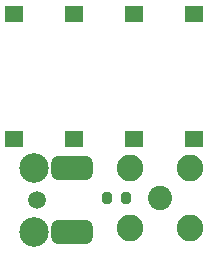
<source format=gbr>
%TF.GenerationSoftware,KiCad,Pcbnew,7.0.2*%
%TF.CreationDate,2024-04-02T18:30:15-04:00*%
%TF.ProjectId,filt1,66696c74-312e-46b6-9963-61645f706362,rev?*%
%TF.SameCoordinates,Original*%
%TF.FileFunction,Soldermask,Top*%
%TF.FilePolarity,Negative*%
%FSLAX46Y46*%
G04 Gerber Fmt 4.6, Leading zero omitted, Abs format (unit mm)*
G04 Created by KiCad (PCBNEW 7.0.2) date 2024-04-02 18:30:15*
%MOMM*%
%LPD*%
G01*
G04 APERTURE LIST*
G04 Aperture macros list*
%AMRoundRect*
0 Rectangle with rounded corners*
0 $1 Rounding radius*
0 $2 $3 $4 $5 $6 $7 $8 $9 X,Y pos of 4 corners*
0 Add a 4 corners polygon primitive as box body*
4,1,4,$2,$3,$4,$5,$6,$7,$8,$9,$2,$3,0*
0 Add four circle primitives for the rounded corners*
1,1,$1+$1,$2,$3*
1,1,$1+$1,$4,$5*
1,1,$1+$1,$6,$7*
1,1,$1+$1,$8,$9*
0 Add four rect primitives between the rounded corners*
20,1,$1+$1,$2,$3,$4,$5,0*
20,1,$1+$1,$4,$5,$6,$7,0*
20,1,$1+$1,$6,$7,$8,$9,0*
20,1,$1+$1,$8,$9,$2,$3,0*%
G04 Aperture macros list end*
%ADD10R,1.524000X1.397000*%
%ADD11C,2.250000*%
%ADD12C,2.050000*%
%ADD13RoundRect,0.200000X-0.200000X-0.275000X0.200000X-0.275000X0.200000X0.275000X-0.200000X0.275000X0*%
%ADD14C,1.500000*%
%ADD15C,2.500000*%
%ADD16RoundRect,0.500000X1.250000X-0.500000X1.250000X0.500000X-1.250000X0.500000X-1.250000X-0.500000X0*%
G04 APERTURE END LIST*
D10*
%TO.C,U1*%
X162086000Y-96500000D03*
X162086000Y-85959000D03*
X167166000Y-96500000D03*
X167166000Y-85959000D03*
X172246000Y-96500000D03*
X172246000Y-85959000D03*
X177326000Y-96500000D03*
X177326000Y-85959000D03*
%TD*%
D11*
%TO.C,J2*%
X171920000Y-99000000D03*
X177000000Y-99000000D03*
X171920000Y-104080000D03*
X177000000Y-104080000D03*
D12*
X174460000Y-101540000D03*
%TD*%
D13*
%TO.C,R1*%
X171575000Y-101500000D03*
X169925000Y-101500000D03*
%TD*%
D14*
%TO.C,J1*%
X164000000Y-101700000D03*
D15*
X163750000Y-104400000D03*
D16*
X167000000Y-104400000D03*
D15*
X163750000Y-99000000D03*
D16*
X167000000Y-99000000D03*
%TD*%
M02*

</source>
